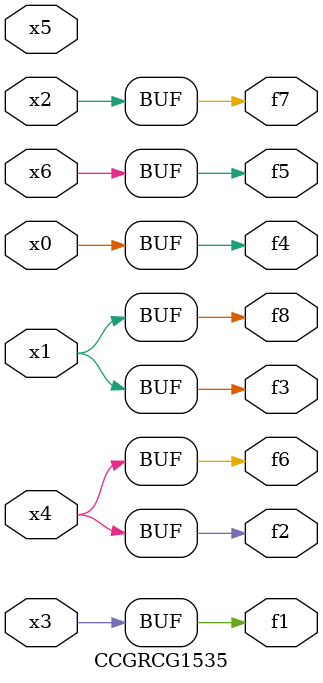
<source format=v>
module CCGRCG1535(
	input x0, x1, x2, x3, x4, x5, x6,
	output f1, f2, f3, f4, f5, f6, f7, f8
);
	assign f1 = x3;
	assign f2 = x4;
	assign f3 = x1;
	assign f4 = x0;
	assign f5 = x6;
	assign f6 = x4;
	assign f7 = x2;
	assign f8 = x1;
endmodule

</source>
